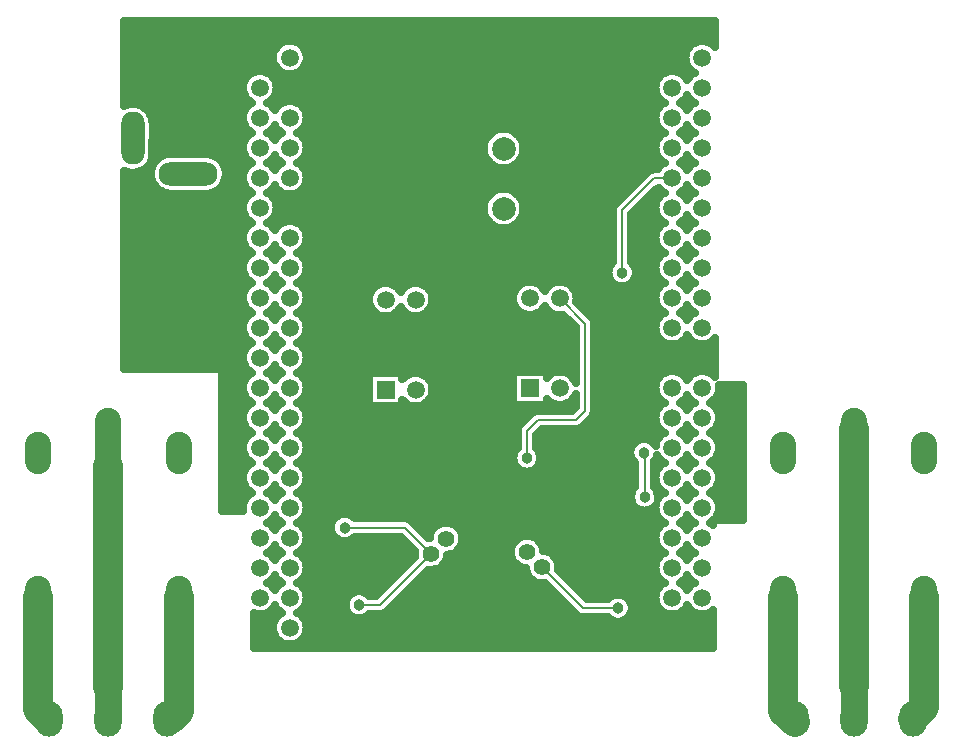
<source format=gbr>
G04 DipTrace 3.0.0.1*
G04 Bottom.gbr*
%MOIN*%
G04 #@! TF.FileFunction,Copper,L2,Bot*
G04 #@! TF.Part,Single*
%AMOUTLINE0*5,1,4,0,0,0.070866,90.0*%
%AMOUTLINE3*5,1,4,0,0,0.070866,-180.0*%
G04 #@! TA.AperFunction,Conductor*
%ADD14C,0.008*%
G04 #@! TA.AperFunction,ComponentPad*
%ADD16C,0.059055*%
G04 #@! TA.AperFunction,Conductor*
%ADD19C,0.090551*%
%ADD20C,0.1*%
%ADD21C,0.086614*%
G04 #@! TA.AperFunction,ComponentPad*
%ADD22C,0.07874*%
G04 #@! TA.AperFunction,CopperBalancing*
%ADD23C,0.025*%
G04 #@! TA.AperFunction,ComponentPad*
%ADD24O,0.090551X0.11811*%
%ADD27O,0.177165X0.07874*%
%ADD28O,0.19685X0.07874*%
%ADD29O,0.07874X0.177165*%
%ADD30O,0.086614X0.141732*%
%ADD32R,0.059055X0.059055*%
%ADD33C,0.055118*%
%ADD34C,0.059055*%
G04 #@! TA.AperFunction,ViaPad*
%ADD37C,0.038*%
G04 #@! TA.AperFunction,ComponentPad*
%ADD79OUTLINE0*%
%ADD82OUTLINE3*%
%FSLAX26Y26*%
G04*
G70*
G90*
G75*
G01*
G04 Bottom*
%LPD*%
X1570079Y969291D2*
D14*
X1638976D1*
X1809843Y1140157D1*
X1521654Y1227165D2*
X1722835D1*
X1809843Y1140157D1*
X2433465Y958661D2*
X2316535D1*
X2179921Y1095276D1*
X2521260Y1329528D2*
Y1475197D1*
X2519291Y1477165D1*
X2446457Y2077165D2*
Y2285433D1*
X2551969Y2390945D1*
X2611024D1*
X2613780Y2393701D1*
X2129134Y1458661D2*
Y1549213D1*
X2166142Y1586220D1*
X2293307D1*
X2322047Y1614961D1*
Y1907480D1*
X2238583Y1990945D1*
X734252Y589370D2*
D19*
Y696063D1*
D20*
Y1432677D1*
D21*
Y1555906D1*
X3218110Y589370D2*
D19*
Y698425D1*
D20*
Y1555512D1*
D21*
X3218504Y1555906D1*
X3414961Y589370D2*
D19*
Y588976D1*
D20*
X3453504Y627520D1*
Y995906D1*
X931102Y589370D2*
D19*
X942126D1*
D20*
X969252Y616496D1*
Y995906D1*
X3021260Y589370D2*
D19*
Y579134D1*
D20*
X2983504Y616890D1*
Y995906D1*
X537402Y589370D2*
D19*
X531890D1*
D20*
X499252Y622008D1*
Y995906D1*
D37*
X1570079Y969291D3*
X1521654Y1227165D3*
X2433465Y958661D3*
X2521260Y1329528D3*
X2519291Y1477165D3*
X2446457Y2077165D3*
X2129134Y1458661D3*
X789007Y2889403D2*
D23*
X2754270D1*
X789007Y2864534D2*
X2754270D1*
X789007Y2839665D2*
X1304466D1*
X1373479D2*
X2679270D1*
X789007Y2814797D2*
X1284592D1*
X1393352D2*
X2659396D1*
X789007Y2789928D2*
X1280588D1*
X1397356D2*
X2655394D1*
X789007Y2765059D2*
X1288352D1*
X1389642D2*
X2663156D1*
X789007Y2740190D2*
X1205198D1*
X1272747D2*
X1319895D1*
X1358050D2*
X2580003D1*
X2647551D2*
X2680003D1*
X789007Y2715322D2*
X1184787D1*
X1293156D2*
X2559592D1*
X789007Y2690453D2*
X1180539D1*
X1297404D2*
X2555344D1*
X789007Y2665584D2*
X1188010D1*
X1289934D2*
X2562815D1*
X789007Y2640715D2*
X1206028D1*
X1271916D2*
X1306028D1*
X1371916D2*
X2580832D1*
X2646722D2*
X2680832D1*
X868400Y2615846D2*
X1185031D1*
X1392912D2*
X2559836D1*
X881390Y2590978D2*
X1180539D1*
X1397454D2*
X2555344D1*
X883732Y2566109D2*
X1187718D1*
X1390227D2*
X2562522D1*
X883732Y2541240D2*
X1206858D1*
X1271135D2*
X1306858D1*
X1371135D2*
X2007004D1*
X2096135D2*
X2581663D1*
X2645891D2*
X2681663D1*
X883732Y2516371D2*
X1185227D1*
X1392718D2*
X1988499D1*
X2114642D2*
X2560031D1*
X883732Y2491503D2*
X1180491D1*
X1397454D2*
X1983226D1*
X2119915D2*
X2555295D1*
X883147Y2466634D2*
X912424D1*
X1088371D2*
X1187424D1*
X1390520D2*
X1987718D1*
X2115423D2*
X2562228D1*
X874602Y2441765D2*
X883319D1*
X1117424D2*
X1207688D1*
X1270256D2*
X1307688D1*
X1370256D2*
X2004807D1*
X2098332D2*
X2582492D1*
X2645060D2*
X2682492D1*
X848479Y2416896D2*
X873850D1*
X1126946D2*
X1185471D1*
X1392474D2*
X2533470D1*
X789007Y2392028D2*
X874534D1*
X1126262D2*
X1180491D1*
X1397454D2*
X2507444D1*
X789007Y2367159D2*
X885862D1*
X1114934D2*
X1187131D1*
X1390812D2*
X2482542D1*
X789007Y2342290D2*
X923312D1*
X1077483D2*
X1208615D1*
X1269378D2*
X1314231D1*
X1363714D2*
X2008323D1*
X2094816D2*
X2457688D1*
X2548919D2*
X2583420D1*
X2644182D2*
X2683420D1*
X789007Y2317421D2*
X1185715D1*
X1292228D2*
X1988938D1*
X2114202D2*
X2432835D1*
X2524064D2*
X2560520D1*
X789007Y2292552D2*
X1180491D1*
X1297503D2*
X1983226D1*
X2119915D2*
X2414328D1*
X2499211D2*
X2555295D1*
X789007Y2267684D2*
X1186887D1*
X1291106D2*
X1987327D1*
X2115862D2*
X2413450D1*
X2479436D2*
X2561692D1*
X789007Y2242815D2*
X1209543D1*
X1268400D2*
X1309543D1*
X1368400D2*
X2003684D1*
X2099455D2*
X2413450D1*
X2479436D2*
X2584348D1*
X2643206D2*
X2684348D1*
X789007Y2217946D2*
X1185959D1*
X1391984D2*
X2413450D1*
X2479436D2*
X2560764D1*
X789007Y2193077D2*
X1180442D1*
X1397503D2*
X2413450D1*
X2479436D2*
X2555247D1*
X789007Y2168209D2*
X1186594D1*
X1391350D2*
X2413450D1*
X2479436D2*
X2561399D1*
X789007Y2143340D2*
X1210520D1*
X1267424D2*
X1310520D1*
X1367424D2*
X2413450D1*
X2479436D2*
X2585324D1*
X2642228D2*
X2685324D1*
X789007Y2118471D2*
X1186252D1*
X1391740D2*
X2413450D1*
X2479436D2*
X2561058D1*
X789007Y2093602D2*
X1180442D1*
X1397503D2*
X2401535D1*
X2491399D2*
X2555247D1*
X789007Y2068734D2*
X1186350D1*
X1391643D2*
X2399240D1*
X2493644D2*
X2561155D1*
X789007Y2043865D2*
X1210911D1*
X1267083D2*
X1310911D1*
X1367083D2*
X2117698D1*
X2159466D2*
X2217698D1*
X2259466D2*
X2412962D1*
X2479974D2*
X2585715D1*
X2641887D2*
X2685715D1*
X789007Y2018996D2*
X1186496D1*
X1391448D2*
X1609495D1*
X1807024D2*
X2087571D1*
X2289592D2*
X2561302D1*
X789007Y1994127D2*
X1180442D1*
X1397503D2*
X1600168D1*
X1816399D2*
X2080148D1*
X2297014D2*
X2555247D1*
X789007Y1969259D2*
X1186058D1*
X1391887D2*
X1602756D1*
X1813762D2*
X2084446D1*
X2305900D2*
X2560862D1*
X789007Y1944390D2*
X1209886D1*
X1268059D2*
X1309886D1*
X1368059D2*
X1619895D1*
X1696672D2*
X1719895D1*
X1796672D2*
X2104904D1*
X2172259D2*
X2204904D1*
X2330755D2*
X2584690D1*
X2642864D2*
X2684690D1*
X789007Y1919521D2*
X1186740D1*
X1391203D2*
X2264378D1*
X2352580D2*
X2561546D1*
X789007Y1894652D2*
X1180442D1*
X1397503D2*
X2289035D1*
X2355022D2*
X2555247D1*
X789007Y1869783D2*
X1185812D1*
X1392131D2*
X2289035D1*
X2355022D2*
X2560618D1*
X789007Y1844915D2*
X1208958D1*
X1268987D2*
X1308958D1*
X1368987D2*
X2289035D1*
X2355022D2*
X2583762D1*
X2643791D2*
X2683762D1*
X2743791D2*
X2754281D1*
X789007Y1820046D2*
X1187034D1*
X1390911D2*
X2289035D1*
X2355022D2*
X2754270D1*
X789007Y1795177D2*
X1180491D1*
X1397454D2*
X2289035D1*
X2355022D2*
X2754270D1*
X789007Y1770308D2*
X1185568D1*
X1392375D2*
X2289035D1*
X2355022D2*
X2754270D1*
X1116984Y1745440D2*
X1208030D1*
X1269915D2*
X1308030D1*
X1369915D2*
X2080051D1*
X2197112D2*
X2223118D1*
X2254046D2*
X2289035D1*
X2355022D2*
X2589816D1*
X2637736D2*
X2689816D1*
X2737736D2*
X2754299D1*
X1116984Y1720571D2*
X1187327D1*
X1390618D2*
X1599728D1*
X1805900D2*
X2080051D1*
X2355022D2*
X2562131D1*
X1116984Y1695702D2*
X1180491D1*
X1397454D2*
X1599728D1*
X1816155D2*
X2080051D1*
X2355022D2*
X2555295D1*
X2772259D2*
X2848362D1*
X1116984Y1670833D2*
X1185324D1*
X1392619D2*
X1599728D1*
X1814299D2*
X2080051D1*
X2355022D2*
X2560130D1*
X2767424D2*
X2848362D1*
X1116984Y1645965D2*
X1207151D1*
X1270794D2*
X1307151D1*
X1370794D2*
X1599728D1*
X1798479D2*
X2080051D1*
X2274455D2*
X2289033D1*
X2355022D2*
X2581955D1*
X2645598D2*
X2681955D1*
X2745598D2*
X2848362D1*
X1116984Y1621096D2*
X1187619D1*
X1390324D2*
X2282542D1*
X2355022D2*
X2562424D1*
X2765130D2*
X2848362D1*
X1116984Y1596227D2*
X1180491D1*
X1397454D2*
X2130539D1*
X2348626D2*
X2555295D1*
X2772259D2*
X2848362D1*
X1116984Y1571358D2*
X1185130D1*
X1392864D2*
X2105638D1*
X2324064D2*
X2559886D1*
X2767668D2*
X2848362D1*
X1116984Y1546490D2*
X1206320D1*
X1271623D2*
X1306320D1*
X1371623D2*
X2096164D1*
X2172014D2*
X2581126D1*
X2646428D2*
X2681126D1*
X2746428D2*
X2848362D1*
X1116984Y1521621D2*
X1187912D1*
X1390031D2*
X2096164D1*
X2162102D2*
X2507151D1*
X2531472D2*
X2562718D1*
X2764836D2*
X2848362D1*
X1116984Y1496752D2*
X1180539D1*
X1397404D2*
X2096164D1*
X2162102D2*
X2475755D1*
X2772210D2*
X2848362D1*
X1116984Y1471883D2*
X1184886D1*
X1393059D2*
X2083127D1*
X2175139D2*
X2471604D1*
X2767864D2*
X2848362D1*
X1116984Y1447014D2*
X1205539D1*
X1272454D2*
X1305539D1*
X1372454D2*
X2082639D1*
X2175627D2*
X2482736D1*
X2555852D2*
X2580295D1*
X2647259D2*
X2680295D1*
X2747259D2*
X2848362D1*
X1116984Y1422146D2*
X1188206D1*
X1389739D2*
X2099484D1*
X2158782D2*
X2488255D1*
X2554240D2*
X2563014D1*
X2764543D2*
X2848362D1*
X1116984Y1397277D2*
X1180588D1*
X1397404D2*
X2488255D1*
X2772160D2*
X2848362D1*
X1116984Y1372408D2*
X1184642D1*
X1393303D2*
X2488255D1*
X2768108D2*
X2848362D1*
X1116984Y1347539D2*
X1204759D1*
X1273235D2*
X1304759D1*
X1373235D2*
X2476975D1*
X2565520D2*
X2579572D1*
X2648039D2*
X2679563D1*
X2748039D2*
X2848362D1*
X1116984Y1322671D2*
X1188547D1*
X1389446D2*
X2473802D1*
X2764251D2*
X2848362D1*
X1116984Y1297802D2*
X1180588D1*
X1397356D2*
X2486155D1*
X2772160D2*
X2848362D1*
X1393499Y1272933D2*
X2559251D1*
X2768303D2*
X2848362D1*
X1273967Y1248064D2*
X1303976D1*
X1373967D2*
X1478732D1*
X1747551D2*
X2578782D1*
X2648772D2*
X2678782D1*
X1389104Y1223196D2*
X1473850D1*
X1772404D2*
X1814572D1*
X1905119D2*
X2563644D1*
X1397307Y1198327D2*
X1483958D1*
X1915764D2*
X2117063D1*
X2142766D2*
X2555442D1*
X1393694Y1173458D2*
X1730930D1*
X1913762D2*
X2081320D1*
X2178558D2*
X2559055D1*
X1274699Y1148589D2*
X1303244D1*
X1374699D2*
X1753976D1*
X1896867D2*
X2073459D1*
X2191302D2*
X2578050D1*
X2649504D2*
X2678050D1*
X1388762Y1123720D2*
X1747776D1*
X1863811D2*
X2077854D1*
X2228362D2*
X2563987D1*
X1397259Y1098852D2*
X1722923D1*
X1847210D2*
X2099728D1*
X2236370D2*
X2555491D1*
X1393890Y1073983D2*
X1698068D1*
X1789299D2*
X2127756D1*
X2246819D2*
X2558860D1*
X1275383Y1049114D2*
X1302560D1*
X1375383D2*
X1673167D1*
X1764446D2*
X2149290D1*
X2271722D2*
X2577366D1*
X2650188D2*
X2677366D1*
X1388420Y1024245D2*
X1648312D1*
X1739543D2*
X2205344D1*
X2296575D2*
X2564328D1*
X1397210Y999377D2*
X1533470D1*
X1714690D2*
X2230198D1*
X2321428D2*
X2410667D1*
X2456243D2*
X2555539D1*
X1394084Y974508D2*
X1522386D1*
X1689836D2*
X2255051D1*
X2478606D2*
X2558664D1*
X1276067Y949639D2*
X1301878D1*
X1376067D2*
X1526535D1*
X1664934D2*
X2279954D1*
X2480559D2*
X2576682D1*
X2650871D2*
X2676682D1*
X1220500Y924770D2*
X1289866D1*
X1388079D2*
X1558226D1*
X1581961D2*
X2400608D1*
X2466302D2*
X2747580D1*
X1220500Y899902D2*
X1280783D1*
X1397160D2*
X2747580D1*
X1220500Y875033D2*
X1283664D1*
X1394280D2*
X2747580D1*
X1220500Y850164D2*
X1301243D1*
X1376751D2*
X2747580D1*
X941358Y2340438D2*
X931035Y2341248D1*
X920986Y2343660D1*
X911438Y2347615D1*
X902626Y2353016D1*
X894766Y2359727D1*
X888055Y2367587D1*
X882655Y2376399D1*
X878699Y2385946D1*
X876287Y2395996D1*
X875476Y2406299D1*
X876287Y2416602D1*
X878699Y2426652D1*
X882655Y2436199D1*
X888055Y2445012D1*
X894766Y2452871D1*
X902626Y2459583D1*
X911438Y2464983D1*
X920986Y2468938D1*
X931035Y2471350D1*
X941358Y2472160D1*
X1064617Y2471958D1*
X1074824Y2470341D1*
X1084654Y2467148D1*
X1093862Y2462455D1*
X1102223Y2456381D1*
X1109530Y2449073D1*
X1115605Y2440713D1*
X1120298Y2431504D1*
X1123491Y2421675D1*
X1125108Y2411467D1*
Y2401131D1*
X1123491Y2390924D1*
X1120298Y2381094D1*
X1115605Y2371886D1*
X1109530Y2363525D1*
X1102223Y2356218D1*
X1093862Y2350143D1*
X1084654Y2345450D1*
X1074824Y2342257D1*
X1064617Y2340640D1*
X1021949Y2340437D1*
X941339Y2340486D1*
X786499Y2632787D2*
X795001Y2636261D1*
X805051Y2638673D1*
X815354Y2639484D1*
X825657Y2638673D1*
X835707Y2636261D1*
X845255Y2632306D1*
X854067Y2626906D1*
X861927Y2620194D1*
X868638Y2612335D1*
X874038Y2603522D1*
X877993Y2593975D1*
X880406Y2583925D1*
X881217Y2573622D1*
X881013Y2470029D1*
X879396Y2459822D1*
X876203Y2449992D1*
X871510Y2440783D1*
X865436Y2432423D1*
X858129Y2425115D1*
X849768Y2419041D1*
X840559Y2414348D1*
X830730Y2411155D1*
X820522Y2409538D1*
X810186D1*
X799979Y2411155D1*
X790150Y2414348D1*
X786499Y2416031D1*
X786516Y1755434D1*
X1114469Y1755413D1*
Y1283782D1*
X1183843Y1283760D1*
X1182957Y1293701D1*
X1183647Y1302465D1*
X1185698Y1311012D1*
X1189063Y1319133D1*
X1193655Y1326629D1*
X1199365Y1333312D1*
X1206049Y1339022D1*
X1213715Y1343694D1*
X1206049Y1348379D1*
X1199365Y1354089D1*
X1193655Y1360773D1*
X1189063Y1368269D1*
X1185698Y1376390D1*
X1183647Y1384937D1*
X1182957Y1393701D1*
X1183647Y1402465D1*
X1185698Y1411012D1*
X1189063Y1419133D1*
X1193655Y1426629D1*
X1199365Y1433312D1*
X1206049Y1439022D1*
X1213715Y1443694D1*
X1206049Y1448379D1*
X1199365Y1454089D1*
X1193655Y1460773D1*
X1189063Y1468269D1*
X1185698Y1476390D1*
X1183647Y1484937D1*
X1182957Y1493701D1*
X1183647Y1502465D1*
X1185698Y1511012D1*
X1189063Y1519133D1*
X1193655Y1526629D1*
X1199365Y1533312D1*
X1206049Y1539022D1*
X1213715Y1543694D1*
X1206049Y1548379D1*
X1199365Y1554089D1*
X1193655Y1560773D1*
X1189063Y1568269D1*
X1185698Y1576390D1*
X1183647Y1584937D1*
X1182957Y1593701D1*
X1183647Y1602465D1*
X1185698Y1611012D1*
X1189063Y1619133D1*
X1193655Y1626629D1*
X1199365Y1633312D1*
X1206049Y1639022D1*
X1213715Y1643694D1*
X1206049Y1648379D1*
X1199365Y1654089D1*
X1193655Y1660773D1*
X1189063Y1668269D1*
X1185698Y1676390D1*
X1183647Y1684937D1*
X1182957Y1693701D1*
X1183647Y1702465D1*
X1185698Y1711012D1*
X1189063Y1719133D1*
X1193655Y1726629D1*
X1199365Y1733312D1*
X1206049Y1739022D1*
X1213715Y1743694D1*
X1206049Y1748379D1*
X1199365Y1754089D1*
X1193655Y1760773D1*
X1189063Y1768269D1*
X1185698Y1776390D1*
X1183647Y1784937D1*
X1182957Y1793701D1*
X1183647Y1802465D1*
X1185698Y1811012D1*
X1189063Y1819133D1*
X1193655Y1826629D1*
X1199365Y1833312D1*
X1206049Y1839022D1*
X1213715Y1843694D1*
X1206049Y1848379D1*
X1199365Y1854089D1*
X1193655Y1860773D1*
X1189063Y1868269D1*
X1185698Y1876390D1*
X1183647Y1884937D1*
X1182957Y1893701D1*
X1183647Y1902465D1*
X1185698Y1911012D1*
X1189063Y1919133D1*
X1193655Y1926629D1*
X1199365Y1933312D1*
X1206049Y1939022D1*
X1213715Y1943694D1*
X1206049Y1948379D1*
X1199365Y1954089D1*
X1193655Y1960773D1*
X1189063Y1968269D1*
X1185698Y1976390D1*
X1183647Y1984937D1*
X1182957Y1993701D1*
X1183647Y2002465D1*
X1185698Y2011012D1*
X1189063Y2019133D1*
X1193655Y2026629D1*
X1199365Y2033312D1*
X1206049Y2039022D1*
X1213715Y2043694D1*
X1206049Y2048379D1*
X1199365Y2054089D1*
X1193655Y2060773D1*
X1189063Y2068269D1*
X1185698Y2076390D1*
X1183647Y2084937D1*
X1182957Y2093701D1*
X1183647Y2102465D1*
X1185698Y2111012D1*
X1189063Y2119133D1*
X1193655Y2126629D1*
X1199365Y2133312D1*
X1206049Y2139022D1*
X1213715Y2143694D1*
X1206049Y2148379D1*
X1199365Y2154089D1*
X1193655Y2160773D1*
X1189063Y2168269D1*
X1185698Y2176390D1*
X1183647Y2184937D1*
X1182957Y2193701D1*
X1183647Y2202465D1*
X1185698Y2211012D1*
X1189063Y2219133D1*
X1193655Y2226629D1*
X1199365Y2233312D1*
X1206049Y2239022D1*
X1213715Y2243694D1*
X1206049Y2248379D1*
X1199365Y2254089D1*
X1193655Y2260773D1*
X1189063Y2268269D1*
X1185698Y2276390D1*
X1183647Y2284937D1*
X1182957Y2293701D1*
X1183647Y2302465D1*
X1185698Y2311012D1*
X1189063Y2319133D1*
X1193655Y2326629D1*
X1199365Y2333312D1*
X1206049Y2339022D1*
X1213715Y2343694D1*
X1206049Y2348379D1*
X1199365Y2354089D1*
X1193655Y2360773D1*
X1189063Y2368269D1*
X1185698Y2376390D1*
X1183647Y2384937D1*
X1182957Y2393701D1*
X1183647Y2402465D1*
X1185698Y2411012D1*
X1189063Y2419133D1*
X1193655Y2426629D1*
X1199365Y2433312D1*
X1206049Y2439022D1*
X1213715Y2443694D1*
X1206049Y2448379D1*
X1199365Y2454089D1*
X1193655Y2460773D1*
X1189063Y2468269D1*
X1185698Y2476390D1*
X1183647Y2484937D1*
X1182957Y2493701D1*
X1183647Y2502465D1*
X1185698Y2511012D1*
X1189063Y2519133D1*
X1193655Y2526629D1*
X1199365Y2533312D1*
X1206049Y2539022D1*
X1213715Y2543694D1*
X1206049Y2548379D1*
X1199365Y2554089D1*
X1193655Y2560773D1*
X1189063Y2568269D1*
X1185698Y2576390D1*
X1183647Y2584937D1*
X1182957Y2593701D1*
X1183647Y2602465D1*
X1185698Y2611012D1*
X1189063Y2619133D1*
X1193655Y2626629D1*
X1199365Y2633312D1*
X1206049Y2639022D1*
X1213715Y2643694D1*
X1206049Y2648379D1*
X1199365Y2654089D1*
X1193655Y2660773D1*
X1189063Y2668269D1*
X1185698Y2676390D1*
X1183647Y2684937D1*
X1182957Y2693701D1*
X1183647Y2702465D1*
X1185698Y2711012D1*
X1189063Y2719133D1*
X1193655Y2726629D1*
X1199365Y2733312D1*
X1206049Y2739022D1*
X1213545Y2743614D1*
X1221665Y2746979D1*
X1230213Y2749030D1*
X1238976Y2749720D1*
X1247740Y2749030D1*
X1256287Y2746979D1*
X1264408Y2743614D1*
X1271904Y2739022D1*
X1278588Y2733312D1*
X1284298Y2726629D1*
X1288890Y2719133D1*
X1292255Y2711012D1*
X1294306Y2702465D1*
X1294996Y2693701D1*
X1294306Y2684937D1*
X1292255Y2676390D1*
X1288890Y2668269D1*
X1284298Y2660773D1*
X1278588Y2654089D1*
X1271904Y2648379D1*
X1264238Y2643707D1*
X1271904Y2639022D1*
X1278588Y2633312D1*
X1284298Y2626629D1*
X1288970Y2618962D1*
X1293655Y2626629D1*
X1299365Y2633312D1*
X1306049Y2639022D1*
X1313545Y2643614D1*
X1321665Y2646979D1*
X1330213Y2649030D1*
X1338976Y2649720D1*
X1347740Y2649030D1*
X1356287Y2646979D1*
X1364408Y2643614D1*
X1371904Y2639022D1*
X1378588Y2633312D1*
X1384298Y2626629D1*
X1388890Y2619133D1*
X1392255Y2611012D1*
X1394306Y2602465D1*
X1394996Y2593701D1*
X1394306Y2584937D1*
X1392255Y2576390D1*
X1388890Y2568269D1*
X1384298Y2560773D1*
X1378588Y2554089D1*
X1371904Y2548379D1*
X1364238Y2543707D1*
X1371904Y2539022D1*
X1378588Y2533312D1*
X1384298Y2526629D1*
X1388890Y2519133D1*
X1392255Y2511012D1*
X1394306Y2502465D1*
X1394996Y2493701D1*
X1394306Y2484937D1*
X1392255Y2476390D1*
X1388890Y2468269D1*
X1384298Y2460773D1*
X1378588Y2454089D1*
X1371904Y2448379D1*
X1364238Y2443707D1*
X1371904Y2439022D1*
X1378588Y2433312D1*
X1384298Y2426629D1*
X1388890Y2419133D1*
X1392255Y2411012D1*
X1394306Y2402465D1*
X1394996Y2393701D1*
X1394306Y2384937D1*
X1392255Y2376390D1*
X1388890Y2368269D1*
X1384298Y2360773D1*
X1378588Y2354089D1*
X1371904Y2348379D1*
X1364408Y2343787D1*
X1356287Y2340423D1*
X1347740Y2338371D1*
X1338976Y2337681D1*
X1330213Y2338371D1*
X1321665Y2340423D1*
X1313545Y2343787D1*
X1306049Y2348379D1*
X1299365Y2354089D1*
X1293655Y2360773D1*
X1288983Y2368440D1*
X1284298Y2360773D1*
X1278588Y2354089D1*
X1271904Y2348379D1*
X1264238Y2343707D1*
X1271904Y2339022D1*
X1278588Y2333312D1*
X1284298Y2326629D1*
X1288890Y2319133D1*
X1292255Y2311012D1*
X1294306Y2302465D1*
X1294996Y2293701D1*
X1294306Y2284937D1*
X1292255Y2276390D1*
X1288890Y2268269D1*
X1284298Y2260773D1*
X1278588Y2254089D1*
X1271904Y2248379D1*
X1264238Y2243707D1*
X1271904Y2239022D1*
X1278588Y2233312D1*
X1284298Y2226629D1*
X1288970Y2218962D1*
X1293655Y2226629D1*
X1299365Y2233312D1*
X1306049Y2239022D1*
X1313545Y2243614D1*
X1321665Y2246979D1*
X1330213Y2249030D1*
X1338976Y2249720D1*
X1347740Y2249030D1*
X1356287Y2246979D1*
X1364408Y2243614D1*
X1371904Y2239022D1*
X1378588Y2233312D1*
X1384298Y2226629D1*
X1388890Y2219133D1*
X1392255Y2211012D1*
X1394306Y2202465D1*
X1394996Y2193701D1*
X1394306Y2184937D1*
X1392255Y2176390D1*
X1388890Y2168269D1*
X1384298Y2160773D1*
X1378588Y2154089D1*
X1371904Y2148379D1*
X1364238Y2143707D1*
X1371904Y2139022D1*
X1378588Y2133312D1*
X1384298Y2126629D1*
X1388890Y2119133D1*
X1392255Y2111012D1*
X1394306Y2102465D1*
X1394996Y2093701D1*
X1394306Y2084937D1*
X1392255Y2076390D1*
X1388890Y2068269D1*
X1384298Y2060773D1*
X1378588Y2054089D1*
X1371904Y2048379D1*
X1364238Y2043707D1*
X1371904Y2039022D1*
X1378588Y2033312D1*
X1384298Y2026629D1*
X1388890Y2019133D1*
X1392255Y2011012D1*
X1394306Y2002465D1*
X1394996Y1993701D1*
X1394306Y1984937D1*
X1392255Y1976390D1*
X1388890Y1968269D1*
X1384298Y1960773D1*
X1378588Y1954089D1*
X1371904Y1948379D1*
X1364238Y1943707D1*
X1371904Y1939022D1*
X1378588Y1933312D1*
X1384298Y1926629D1*
X1388890Y1919133D1*
X1392255Y1911012D1*
X1394306Y1902465D1*
X1394996Y1893701D1*
X1394306Y1884937D1*
X1392255Y1876390D1*
X1388890Y1868269D1*
X1384298Y1860773D1*
X1378588Y1854089D1*
X1371904Y1848379D1*
X1364238Y1843707D1*
X1371904Y1839022D1*
X1378588Y1833312D1*
X1384298Y1826629D1*
X1388890Y1819133D1*
X1392255Y1811012D1*
X1394306Y1802465D1*
X1394996Y1793701D1*
X1394306Y1784937D1*
X1392255Y1776390D1*
X1388890Y1768269D1*
X1384298Y1760773D1*
X1378588Y1754089D1*
X1371904Y1748379D1*
X1364238Y1743707D1*
X1371904Y1739022D1*
X1378588Y1733312D1*
X1384298Y1726629D1*
X1388890Y1719133D1*
X1392255Y1711012D1*
X1394306Y1702465D1*
X1394996Y1693701D1*
X1394306Y1684937D1*
X1392255Y1676390D1*
X1388890Y1668269D1*
X1384298Y1660773D1*
X1378588Y1654089D1*
X1371904Y1648379D1*
X1364238Y1643707D1*
X1371904Y1639022D1*
X1378588Y1633312D1*
X1384298Y1626629D1*
X1388890Y1619133D1*
X1392255Y1611012D1*
X1394306Y1602465D1*
X1394996Y1593701D1*
X1394306Y1584937D1*
X1392255Y1576390D1*
X1388890Y1568269D1*
X1384298Y1560773D1*
X1378588Y1554089D1*
X1371904Y1548379D1*
X1364238Y1543707D1*
X1371904Y1539022D1*
X1378588Y1533312D1*
X1384298Y1526629D1*
X1388890Y1519133D1*
X1392255Y1511012D1*
X1394306Y1502465D1*
X1394996Y1493701D1*
X1394306Y1484937D1*
X1392255Y1476390D1*
X1388890Y1468269D1*
X1384298Y1460773D1*
X1378588Y1454089D1*
X1371904Y1448379D1*
X1364238Y1443707D1*
X1371904Y1439022D1*
X1378588Y1433312D1*
X1384298Y1426629D1*
X1388890Y1419133D1*
X1392255Y1411012D1*
X1394306Y1402465D1*
X1394996Y1393701D1*
X1394306Y1384937D1*
X1392255Y1376390D1*
X1388890Y1368269D1*
X1384298Y1360773D1*
X1378588Y1354089D1*
X1371904Y1348379D1*
X1364238Y1343707D1*
X1371904Y1339022D1*
X1378588Y1333312D1*
X1384298Y1326629D1*
X1388890Y1319133D1*
X1392255Y1311012D1*
X1394306Y1302465D1*
X1394996Y1293701D1*
X1394306Y1284937D1*
X1392255Y1276390D1*
X1388890Y1268269D1*
X1384298Y1260773D1*
X1378588Y1254089D1*
X1371904Y1248379D1*
X1364238Y1243707D1*
X1371904Y1239022D1*
X1378588Y1233312D1*
X1384298Y1226629D1*
X1388890Y1219133D1*
X1392255Y1211012D1*
X1394306Y1202465D1*
X1394996Y1193701D1*
X1394306Y1184937D1*
X1392255Y1176390D1*
X1388890Y1168269D1*
X1384298Y1160773D1*
X1378588Y1154089D1*
X1371904Y1148379D1*
X1364238Y1143707D1*
X1371904Y1139022D1*
X1378588Y1133312D1*
X1384298Y1126629D1*
X1388890Y1119133D1*
X1392255Y1111012D1*
X1394306Y1102465D1*
X1394996Y1093701D1*
X1394306Y1084937D1*
X1392255Y1076390D1*
X1388890Y1068269D1*
X1384298Y1060773D1*
X1378588Y1054089D1*
X1371904Y1048379D1*
X1364238Y1043707D1*
X1371904Y1039022D1*
X1378588Y1033312D1*
X1384298Y1026629D1*
X1388890Y1019133D1*
X1392255Y1011012D1*
X1394306Y1002465D1*
X1394996Y993701D1*
X1394306Y984937D1*
X1392255Y976390D1*
X1388890Y968269D1*
X1384298Y960773D1*
X1378588Y954089D1*
X1371904Y948379D1*
X1364238Y943707D1*
X1371904Y939022D1*
X1378588Y933312D1*
X1384298Y926629D1*
X1388890Y919133D1*
X1392255Y911012D1*
X1394306Y902465D1*
X1394996Y893701D1*
X1394306Y884937D1*
X1392255Y876390D1*
X1388890Y868269D1*
X1384298Y860773D1*
X1378588Y854089D1*
X1371904Y848379D1*
X1364408Y843787D1*
X1356287Y840423D1*
X1347740Y838371D1*
X1338976Y837681D1*
X1330213Y838371D1*
X1321665Y840423D1*
X1313545Y843787D1*
X1306049Y848379D1*
X1299365Y854089D1*
X1293655Y860773D1*
X1289063Y868269D1*
X1285698Y876390D1*
X1283647Y884937D1*
X1282957Y893701D1*
X1283647Y902465D1*
X1285698Y911012D1*
X1289063Y919133D1*
X1293655Y926629D1*
X1299365Y933312D1*
X1306049Y939022D1*
X1313715Y943694D1*
X1306049Y948379D1*
X1299365Y954089D1*
X1293655Y960773D1*
X1288983Y968440D1*
X1284298Y960773D1*
X1278588Y954089D1*
X1271904Y948379D1*
X1264408Y943787D1*
X1256287Y940423D1*
X1247740Y938371D1*
X1238976Y937681D1*
X1230213Y938371D1*
X1221665Y940423D1*
X1218007Y941773D1*
X1218012Y825899D1*
X2750121Y825886D1*
X2750098Y951013D1*
X2743050Y945936D1*
X2735218Y941945D1*
X2726857Y939228D1*
X2718175Y937854D1*
X2709385D1*
X2700702Y939228D1*
X2692341Y941945D1*
X2684509Y945936D1*
X2677398Y951104D1*
X2671182Y957319D1*
X2666014Y964430D1*
X2663693Y968269D1*
X2659101Y960773D1*
X2653391Y954089D1*
X2646707Y948379D1*
X2639211Y943787D1*
X2631091Y940423D1*
X2622543Y938371D1*
X2613780Y937681D1*
X2605016Y938371D1*
X2596469Y940423D1*
X2588348Y943787D1*
X2580852Y948379D1*
X2574168Y954089D1*
X2568458Y960773D1*
X2563866Y968269D1*
X2560501Y976390D1*
X2558450Y984937D1*
X2557760Y993701D1*
X2558450Y1002465D1*
X2560501Y1011012D1*
X2563866Y1019133D1*
X2568458Y1026629D1*
X2574168Y1033312D1*
X2580852Y1039022D1*
X2588518Y1043694D1*
X2580852Y1048379D1*
X2574168Y1054089D1*
X2568458Y1060773D1*
X2563866Y1068269D1*
X2560501Y1076390D1*
X2558450Y1084937D1*
X2557760Y1093701D1*
X2558450Y1102465D1*
X2560501Y1111012D1*
X2563866Y1119133D1*
X2568458Y1126629D1*
X2574168Y1133312D1*
X2580852Y1139022D1*
X2588518Y1143694D1*
X2580852Y1148379D1*
X2574168Y1154089D1*
X2568458Y1160773D1*
X2563866Y1168269D1*
X2560501Y1176390D1*
X2558450Y1184937D1*
X2557760Y1193701D1*
X2558450Y1202465D1*
X2560501Y1211012D1*
X2563866Y1219133D1*
X2568458Y1226629D1*
X2574168Y1233312D1*
X2580852Y1239022D1*
X2588518Y1243694D1*
X2580852Y1248379D1*
X2574168Y1254089D1*
X2568458Y1260773D1*
X2563866Y1268269D1*
X2560501Y1276390D1*
X2558450Y1284937D1*
X2557760Y1293701D1*
X2558688Y1303660D1*
X2553428Y1297360D1*
X2548000Y1292723D1*
X2541913Y1288993D1*
X2535318Y1286262D1*
X2528377Y1284596D1*
X2521260Y1284035D1*
X2514143Y1284596D1*
X2507202Y1286262D1*
X2500606Y1288993D1*
X2494520Y1292723D1*
X2489092Y1297360D1*
X2484455Y1302787D1*
X2480726Y1308874D1*
X2477995Y1315470D1*
X2476328Y1322411D1*
X2475768Y1329528D1*
X2476328Y1336644D1*
X2477995Y1343585D1*
X2480726Y1350181D1*
X2484455Y1356268D1*
X2489092Y1361696D1*
X2490762Y1363239D1*
X2490768Y1441686D1*
X2484699Y1447621D1*
X2480503Y1453396D1*
X2477262Y1459756D1*
X2475056Y1466546D1*
X2473940Y1473596D1*
Y1480735D1*
X2475056Y1487785D1*
X2477262Y1494575D1*
X2480503Y1500934D1*
X2484699Y1506710D1*
X2489747Y1511757D1*
X2495522Y1515954D1*
X2501882Y1519194D1*
X2508672Y1521400D1*
X2515722Y1522517D1*
X2522861D1*
X2529911Y1521400D1*
X2536701Y1519194D1*
X2543060Y1515954D1*
X2548836Y1511757D1*
X2553883Y1506710D1*
X2558196Y1500728D1*
X2560501Y1511012D1*
X2563866Y1519133D1*
X2568458Y1526629D1*
X2574168Y1533312D1*
X2580852Y1539022D1*
X2588518Y1543694D1*
X2580852Y1548379D1*
X2574168Y1554089D1*
X2568458Y1560773D1*
X2563866Y1568269D1*
X2560501Y1576390D1*
X2558450Y1584937D1*
X2557760Y1593701D1*
X2558450Y1602465D1*
X2560501Y1611012D1*
X2563866Y1619133D1*
X2568458Y1626629D1*
X2574168Y1633312D1*
X2580852Y1639022D1*
X2588518Y1643694D1*
X2580852Y1648379D1*
X2574168Y1654089D1*
X2568458Y1660773D1*
X2563866Y1668269D1*
X2560501Y1676390D1*
X2558450Y1684937D1*
X2557760Y1693701D1*
X2558450Y1702465D1*
X2560501Y1711012D1*
X2563866Y1719133D1*
X2568458Y1726629D1*
X2574168Y1733312D1*
X2580852Y1739022D1*
X2588348Y1743614D1*
X2596469Y1746979D1*
X2605016Y1749030D1*
X2613780Y1749720D1*
X2622543Y1749030D1*
X2631091Y1746979D1*
X2639211Y1743614D1*
X2646707Y1739022D1*
X2653391Y1733312D1*
X2659101Y1726629D1*
X2663773Y1718962D1*
X2668458Y1726629D1*
X2674168Y1733312D1*
X2680852Y1739022D1*
X2688348Y1743614D1*
X2696469Y1746979D1*
X2705016Y1749030D1*
X2713780Y1749720D1*
X2722543Y1749030D1*
X2731091Y1746979D1*
X2739211Y1743614D1*
X2746707Y1739022D1*
X2753391Y1733312D1*
X2756793Y1729556D1*
X2756791Y1857793D1*
X2750161Y1851104D1*
X2743050Y1845936D1*
X2735218Y1841945D1*
X2726857Y1839228D1*
X2718175Y1837854D1*
X2709385D1*
X2700702Y1839228D1*
X2692341Y1841945D1*
X2684509Y1845936D1*
X2677398Y1851104D1*
X2671182Y1857319D1*
X2666014Y1864430D1*
X2663693Y1868269D1*
X2659101Y1860773D1*
X2653391Y1854089D1*
X2646707Y1848379D1*
X2639211Y1843787D1*
X2631091Y1840423D1*
X2622543Y1838371D1*
X2613780Y1837681D1*
X2605016Y1838371D1*
X2596469Y1840423D1*
X2588348Y1843787D1*
X2580852Y1848379D1*
X2574168Y1854089D1*
X2568458Y1860773D1*
X2563866Y1868269D1*
X2560501Y1876390D1*
X2558450Y1884937D1*
X2557760Y1893701D1*
X2558450Y1902465D1*
X2560501Y1911012D1*
X2563866Y1919133D1*
X2568458Y1926629D1*
X2574168Y1933312D1*
X2580852Y1939022D1*
X2588518Y1943694D1*
X2580852Y1948379D1*
X2574168Y1954089D1*
X2568458Y1960773D1*
X2563866Y1968269D1*
X2560501Y1976390D1*
X2558450Y1984937D1*
X2557760Y1993701D1*
X2558450Y2002465D1*
X2560501Y2011012D1*
X2563866Y2019133D1*
X2568458Y2026629D1*
X2574168Y2033312D1*
X2580852Y2039022D1*
X2588518Y2043694D1*
X2580852Y2048379D1*
X2574168Y2054089D1*
X2568458Y2060773D1*
X2563866Y2068269D1*
X2560501Y2076390D1*
X2558450Y2084937D1*
X2557760Y2093701D1*
X2558450Y2102465D1*
X2560501Y2111012D1*
X2563866Y2119133D1*
X2568458Y2126629D1*
X2574168Y2133312D1*
X2580852Y2139022D1*
X2588518Y2143694D1*
X2580852Y2148379D1*
X2574168Y2154089D1*
X2568458Y2160773D1*
X2563866Y2168269D1*
X2560501Y2176390D1*
X2558450Y2184937D1*
X2557760Y2193701D1*
X2558450Y2202465D1*
X2560501Y2211012D1*
X2563866Y2219133D1*
X2568458Y2226629D1*
X2574168Y2233312D1*
X2580852Y2239022D1*
X2588518Y2243694D1*
X2580852Y2248379D1*
X2574168Y2254089D1*
X2568458Y2260773D1*
X2563866Y2268269D1*
X2560501Y2276390D1*
X2558450Y2284937D1*
X2557760Y2293701D1*
X2558450Y2302465D1*
X2560501Y2311012D1*
X2563866Y2319133D1*
X2568458Y2326629D1*
X2574168Y2333312D1*
X2580852Y2339022D1*
X2588518Y2343694D1*
X2580852Y2348379D1*
X2574168Y2354089D1*
X2568703Y2360463D1*
X2555852Y2351706D1*
X2476958Y2272812D1*
X2476949Y2110970D1*
X2483261Y2103906D1*
X2486991Y2097819D1*
X2489722Y2091223D1*
X2491388Y2084282D1*
X2491949Y2077165D1*
X2491388Y2070049D1*
X2489722Y2063108D1*
X2486991Y2056512D1*
X2483261Y2050425D1*
X2478625Y2044997D1*
X2473197Y2040361D1*
X2467110Y2036631D1*
X2460514Y2033900D1*
X2453573Y2032234D1*
X2446457Y2031673D1*
X2439340Y2032234D1*
X2432399Y2033900D1*
X2425803Y2036631D1*
X2419717Y2040361D1*
X2414289Y2044997D1*
X2409652Y2050425D1*
X2405923Y2056512D1*
X2403192Y2063108D1*
X2401525Y2070049D1*
X2400965Y2077165D1*
X2401525Y2084282D1*
X2403192Y2091223D1*
X2405923Y2097819D1*
X2409652Y2103906D1*
X2414289Y2109333D1*
X2415959Y2110877D1*
X2416059Y2287825D1*
X2417457Y2294856D1*
X2420458Y2301365D1*
X2424895Y2306995D1*
X2532165Y2414131D1*
X2538125Y2418114D1*
X2544850Y2420594D1*
X2551969Y2421437D1*
X2565104D1*
X2571182Y2430083D1*
X2577398Y2436298D1*
X2584509Y2441466D1*
X2588348Y2443787D1*
X2580852Y2448379D1*
X2574168Y2454089D1*
X2568458Y2460773D1*
X2563866Y2468269D1*
X2560501Y2476390D1*
X2558450Y2484937D1*
X2557760Y2493701D1*
X2558450Y2502465D1*
X2560501Y2511012D1*
X2563866Y2519133D1*
X2568458Y2526629D1*
X2574168Y2533312D1*
X2580852Y2539022D1*
X2588518Y2543694D1*
X2580852Y2548379D1*
X2574168Y2554089D1*
X2568458Y2560773D1*
X2563866Y2568269D1*
X2560501Y2576390D1*
X2558450Y2584937D1*
X2557760Y2593701D1*
X2558450Y2602465D1*
X2560501Y2611012D1*
X2563866Y2619133D1*
X2568458Y2626629D1*
X2574168Y2633312D1*
X2580852Y2639022D1*
X2588518Y2643694D1*
X2580852Y2648379D1*
X2574168Y2654089D1*
X2568458Y2660773D1*
X2563866Y2668269D1*
X2560501Y2676390D1*
X2558450Y2684937D1*
X2557760Y2693701D1*
X2558450Y2702465D1*
X2560501Y2711012D1*
X2563866Y2719133D1*
X2568458Y2726629D1*
X2574168Y2733312D1*
X2580852Y2739022D1*
X2588348Y2743614D1*
X2596469Y2746979D1*
X2605016Y2749030D1*
X2613780Y2749720D1*
X2622543Y2749030D1*
X2631091Y2746979D1*
X2639211Y2743614D1*
X2646707Y2739022D1*
X2653391Y2733312D1*
X2659101Y2726629D1*
X2663773Y2718962D1*
X2668458Y2726629D1*
X2674168Y2733312D1*
X2680852Y2739022D1*
X2688518Y2743694D1*
X2680852Y2748379D1*
X2674168Y2754089D1*
X2668458Y2760773D1*
X2663866Y2768269D1*
X2660501Y2776390D1*
X2658450Y2784937D1*
X2657760Y2793701D1*
X2658450Y2802465D1*
X2660501Y2811012D1*
X2663866Y2819133D1*
X2668458Y2826629D1*
X2674168Y2833312D1*
X2680852Y2839022D1*
X2688348Y2843614D1*
X2696469Y2846979D1*
X2705016Y2849030D1*
X2713780Y2849720D1*
X2722543Y2849030D1*
X2731091Y2846979D1*
X2739211Y2843614D1*
X2746707Y2839022D1*
X2753391Y2833312D1*
X2756793Y2829556D1*
X2756791Y2914238D1*
X786528Y2914272D1*
X786516Y2632875D1*
X1614748Y1743421D2*
X1714287D1*
Y1722084D1*
X1718656Y1727013D1*
X1725340Y1732723D1*
X1732836Y1737315D1*
X1740957Y1740680D1*
X1749504Y1742731D1*
X1758268Y1743421D1*
X1767031Y1742731D1*
X1775579Y1740680D1*
X1783699Y1737315D1*
X1791196Y1732723D1*
X1797879Y1727013D1*
X1803589Y1720329D1*
X1808181Y1712833D1*
X1811546Y1704713D1*
X1813597Y1696165D1*
X1814287Y1687402D1*
X1813597Y1678638D1*
X1811546Y1670091D1*
X1808181Y1661970D1*
X1803589Y1654474D1*
X1797879Y1647790D1*
X1791196Y1642080D1*
X1783699Y1637488D1*
X1775579Y1634123D1*
X1767031Y1632072D1*
X1758268Y1631382D1*
X1749504Y1632072D1*
X1740957Y1634123D1*
X1732836Y1637488D1*
X1725340Y1642080D1*
X1718656Y1647790D1*
X1714298Y1652760D1*
X1714287Y1631382D1*
X1602248D1*
Y1743421D1*
X1614748D1*
X1814114Y1983007D2*
X1812740Y1974324D1*
X1810024Y1965963D1*
X1806033Y1958131D1*
X1800865Y1951020D1*
X1794650Y1944804D1*
X1787538Y1939636D1*
X1779706Y1935646D1*
X1771345Y1932929D1*
X1762663Y1931555D1*
X1753873D1*
X1745190Y1932929D1*
X1736829Y1935646D1*
X1728997Y1939636D1*
X1721886Y1944804D1*
X1715671Y1951020D1*
X1710503Y1958131D1*
X1708181Y1961970D1*
X1703589Y1954474D1*
X1697879Y1947790D1*
X1691196Y1942080D1*
X1683699Y1937488D1*
X1675579Y1934123D1*
X1667031Y1932072D1*
X1658268Y1931382D1*
X1649504Y1932072D1*
X1640957Y1934123D1*
X1632836Y1937488D1*
X1625340Y1942080D1*
X1618656Y1947790D1*
X1612946Y1954474D1*
X1608354Y1961970D1*
X1604990Y1970091D1*
X1602938Y1978638D1*
X1602248Y1987402D1*
X1602938Y1996165D1*
X1604990Y2004713D1*
X1608354Y2012833D1*
X1612946Y2020329D1*
X1618656Y2027013D1*
X1625340Y2032723D1*
X1632836Y2037315D1*
X1640957Y2040680D1*
X1649504Y2042731D1*
X1658268Y2043421D1*
X1667031Y2042731D1*
X1675579Y2040680D1*
X1683699Y2037315D1*
X1691196Y2032723D1*
X1697879Y2027013D1*
X1703589Y2020329D1*
X1708261Y2012663D1*
X1712946Y2020329D1*
X1718656Y2027013D1*
X1725340Y2032723D1*
X1732836Y2037315D1*
X1740957Y2040680D1*
X1749504Y2042731D1*
X1758268Y2043421D1*
X1767031Y2042731D1*
X1775579Y2040680D1*
X1783699Y2037315D1*
X1791196Y2032723D1*
X1797879Y2027013D1*
X1803589Y2020329D1*
X1808181Y2012833D1*
X1811546Y2004713D1*
X1813597Y1996165D1*
X1814287Y1987402D1*
X1814114Y1983007D1*
X2095063Y1746965D2*
X2194602D1*
Y1725626D1*
X2198971Y1730556D1*
X2205655Y1736266D1*
X2213151Y1740858D1*
X2221272Y1744223D1*
X2229819Y1746274D1*
X2238583Y1746965D1*
X2247346Y1746274D1*
X2255894Y1744223D1*
X2264014Y1740858D1*
X2271510Y1736266D1*
X2278194Y1730556D1*
X2283904Y1723873D1*
X2288496Y1716377D1*
X2291558Y1709077D1*
X2291555Y1894892D1*
X2250249Y1936155D1*
X2242978Y1935098D1*
X2234188D1*
X2225505Y1936472D1*
X2217144Y1939189D1*
X2209312Y1943180D1*
X2202201Y1948348D1*
X2195986Y1954563D1*
X2190818Y1961675D1*
X2188496Y1965513D1*
X2183904Y1958017D1*
X2178194Y1951333D1*
X2171510Y1945623D1*
X2164014Y1941031D1*
X2155894Y1937667D1*
X2147346Y1935615D1*
X2138583Y1934925D1*
X2129819Y1935615D1*
X2121272Y1937667D1*
X2113151Y1941031D1*
X2105655Y1945623D1*
X2098971Y1951333D1*
X2093261Y1958017D1*
X2088669Y1965513D1*
X2085304Y1973634D1*
X2083253Y1982181D1*
X2082563Y1990945D1*
X2083253Y1999709D1*
X2085304Y2008256D1*
X2088669Y2016377D1*
X2093261Y2023873D1*
X2098971Y2030556D1*
X2105655Y2036266D1*
X2113151Y2040858D1*
X2121272Y2044223D1*
X2129819Y2046274D1*
X2138583Y2046965D1*
X2147346Y2046274D1*
X2155894Y2044223D1*
X2164014Y2040858D1*
X2171510Y2036266D1*
X2178194Y2030556D1*
X2183904Y2023873D1*
X2188576Y2016206D1*
X2193261Y2023873D1*
X2198971Y2030556D1*
X2205655Y2036266D1*
X2213151Y2040858D1*
X2221272Y2044223D1*
X2229819Y2046274D1*
X2238583Y2046965D1*
X2247346Y2046274D1*
X2255894Y2044223D1*
X2264014Y2040858D1*
X2271510Y2036266D1*
X2278194Y2030556D1*
X2283904Y2023873D1*
X2288496Y2016377D1*
X2291861Y2008256D1*
X2293912Y1999709D1*
X2294602Y1990945D1*
X2293912Y1982181D1*
X2293340Y1979299D1*
X2345234Y1927283D1*
X2349217Y1921323D1*
X2351697Y1914598D1*
X2352539Y1907480D1*
X2352445Y1612568D1*
X2351047Y1605538D1*
X2348046Y1599029D1*
X2343609Y1593399D1*
X2313110Y1563034D1*
X2307150Y1559051D1*
X2300425Y1556571D1*
X2293307Y1555728D1*
X2178806D1*
X2159633Y1536589D1*
X2159626Y1492425D1*
X2163726Y1488206D1*
X2167923Y1482430D1*
X2171163Y1476071D1*
X2173369Y1469281D1*
X2174486Y1462231D1*
Y1455092D1*
X2173369Y1448042D1*
X2171163Y1441252D1*
X2167923Y1434892D1*
X2163726Y1429117D1*
X2158678Y1424070D1*
X2152903Y1419873D1*
X2146543Y1416633D1*
X2139753Y1414427D1*
X2132703Y1413310D1*
X2125564D1*
X2118514Y1414427D1*
X2111724Y1416633D1*
X2105365Y1419873D1*
X2099589Y1424070D1*
X2094542Y1429117D1*
X2090345Y1434892D1*
X2087105Y1441252D1*
X2084899Y1448042D1*
X2083782Y1455092D1*
Y1462231D1*
X2084899Y1469281D1*
X2087105Y1476071D1*
X2090345Y1482430D1*
X2094542Y1488206D1*
X2098636Y1492373D1*
X2098736Y1551605D1*
X2100134Y1558635D1*
X2103135Y1565144D1*
X2107580Y1570781D1*
X2146339Y1609407D1*
X2152299Y1613390D1*
X2159024Y1615870D1*
X2166142Y1616713D1*
X2280643D1*
X2291530Y1627566D1*
X2291555Y1672724D1*
X2288496Y1665513D1*
X2283904Y1658017D1*
X2278194Y1651333D1*
X2271510Y1645623D1*
X2264014Y1641031D1*
X2255894Y1637667D1*
X2247346Y1635615D1*
X2238583Y1634925D1*
X2229819Y1635615D1*
X2221272Y1637667D1*
X2213151Y1641031D1*
X2205655Y1645623D1*
X2198971Y1651333D1*
X2194613Y1656303D1*
X2194602Y1634925D1*
X2082563D1*
Y1746965D1*
X2095063D1*
X1863739Y1136231D2*
X1862400Y1127539D1*
X1859780Y1119472D1*
X1855929Y1111916D1*
X1850944Y1105054D1*
X1844946Y1099056D1*
X1838084Y1094071D1*
X1830528Y1090220D1*
X1822461Y1087600D1*
X1814083Y1086273D1*
X1805602D1*
X1799875Y1087072D1*
X1658780Y946105D1*
X1652819Y942122D1*
X1646094Y939642D1*
X1638976Y938799D1*
X1603869D1*
X1596819Y932487D1*
X1590732Y928757D1*
X1584136Y926026D1*
X1577196Y924360D1*
X1570079Y923799D1*
X1562962Y924360D1*
X1556021Y926026D1*
X1549425Y928757D1*
X1543339Y932487D1*
X1537911Y937123D1*
X1533274Y942551D1*
X1529545Y948638D1*
X1526814Y955234D1*
X1525147Y962175D1*
X1524587Y969291D1*
X1525147Y976408D1*
X1526814Y983349D1*
X1529545Y989945D1*
X1533274Y996031D1*
X1537911Y1001459D1*
X1543339Y1006096D1*
X1549425Y1009825D1*
X1556021Y1012556D1*
X1562962Y1014223D1*
X1570079Y1014783D1*
X1577196Y1014223D1*
X1584136Y1012556D1*
X1590732Y1009825D1*
X1596819Y1006096D1*
X1602247Y1001459D1*
X1603790Y999789D1*
X1626378Y999783D1*
X1756731Y1130168D1*
X1755791Y1140157D1*
X1756457Y1148613D1*
X1756757Y1150125D1*
X1710217Y1196661D1*
X1555403Y1196673D1*
X1551198Y1192573D1*
X1545423Y1188377D1*
X1539063Y1185136D1*
X1532273Y1182930D1*
X1525223Y1181814D1*
X1518084D1*
X1511034Y1182930D1*
X1504244Y1185136D1*
X1497885Y1188377D1*
X1492109Y1192573D1*
X1487062Y1197621D1*
X1482865Y1203396D1*
X1479625Y1209756D1*
X1477419Y1216546D1*
X1476302Y1223596D1*
Y1230735D1*
X1477419Y1237785D1*
X1479625Y1244575D1*
X1482865Y1250934D1*
X1487062Y1256710D1*
X1492109Y1261757D1*
X1497885Y1265954D1*
X1504244Y1269194D1*
X1511034Y1271400D1*
X1518084Y1272517D1*
X1525223D1*
X1532273Y1271400D1*
X1539063Y1269194D1*
X1545423Y1265954D1*
X1551198Y1261757D1*
X1555365Y1257663D1*
X1725227Y1257563D1*
X1732257Y1256165D1*
X1738766Y1253164D1*
X1744396Y1248727D1*
X1799881Y1193243D1*
X1805916Y1194054D1*
X1807285Y1202776D1*
X1809906Y1210843D1*
X1813756Y1218399D1*
X1818741Y1225261D1*
X1824739Y1231259D1*
X1831601Y1236244D1*
X1839157Y1240094D1*
X1847224Y1242715D1*
X1855602Y1244042D1*
X1864083D1*
X1872461Y1242715D1*
X1880528Y1240094D1*
X1888084Y1236244D1*
X1894946Y1231259D1*
X1900944Y1225261D1*
X1905929Y1218399D1*
X1909780Y1210843D1*
X1912400Y1202776D1*
X1913727Y1194398D1*
Y1185917D1*
X1912400Y1177539D1*
X1909780Y1169472D1*
X1905929Y1161916D1*
X1900944Y1155054D1*
X1894946Y1149056D1*
X1888084Y1144071D1*
X1880528Y1140220D1*
X1872461Y1137600D1*
X1863769Y1136261D1*
X2233806Y1091035D2*
X2233007Y1085308D1*
X2329197Y989122D1*
X2399690Y989154D1*
X2406724Y995466D1*
X2412811Y999196D1*
X2419407Y1001927D1*
X2426348Y1003593D1*
X2433465Y1004154D1*
X2440581Y1003593D1*
X2447522Y1001927D1*
X2454118Y999196D1*
X2460205Y995466D1*
X2465633Y990829D1*
X2470269Y985402D1*
X2473999Y979315D1*
X2476730Y972719D1*
X2478396Y965778D1*
X2478957Y958661D1*
X2478396Y951545D1*
X2476730Y944604D1*
X2473999Y938008D1*
X2470269Y931921D1*
X2465633Y926493D1*
X2460205Y921857D1*
X2454118Y918127D1*
X2447522Y915396D1*
X2440581Y913730D1*
X2433465Y913169D1*
X2426348Y913730D1*
X2419407Y915396D1*
X2412811Y918127D1*
X2406724Y921857D1*
X2401297Y926493D1*
X2399753Y928164D1*
X2314143Y928264D1*
X2307113Y929661D1*
X2300604Y932663D1*
X2294974Y937100D1*
X2189909Y1042165D1*
X2179921Y1041224D1*
X2171466Y1041890D1*
X2163219Y1043870D1*
X2155382Y1047115D1*
X2148151Y1051547D1*
X2141701Y1057055D1*
X2136193Y1063505D1*
X2131761Y1070736D1*
X2128516Y1078573D1*
X2126535Y1086820D1*
X2126025Y1091349D1*
X2117303Y1092718D1*
X2109236Y1095339D1*
X2101680Y1099189D1*
X2094818Y1104175D1*
X2088820Y1110172D1*
X2083835Y1117034D1*
X2079984Y1124591D1*
X2077364Y1132657D1*
X2076037Y1141035D1*
Y1149516D1*
X2077364Y1157894D1*
X2079984Y1165961D1*
X2083835Y1173517D1*
X2088820Y1180379D1*
X2094818Y1186377D1*
X2101680Y1191362D1*
X2109236Y1195213D1*
X2117303Y1197833D1*
X2125681Y1199160D1*
X2134161D1*
X2142539Y1197833D1*
X2150606Y1195213D1*
X2158163Y1191362D1*
X2165025Y1186377D1*
X2171022Y1180379D1*
X2176008Y1173517D1*
X2179858Y1165961D1*
X2182479Y1157894D1*
X2183818Y1149202D1*
X2192539Y1147833D1*
X2200606Y1145213D1*
X2208163Y1141362D1*
X2215025Y1136377D1*
X2221022Y1130379D1*
X2226008Y1123517D1*
X2229858Y1115961D1*
X2232479Y1107894D1*
X2233806Y1099516D1*
Y1091035D1*
X2663773Y2668440D2*
X2659101Y2660773D1*
X2653391Y2654089D1*
X2646707Y2648379D1*
X2639041Y2643707D1*
X2646707Y2639022D1*
X2653391Y2633312D1*
X2659101Y2626629D1*
X2663773Y2618962D1*
X2668458Y2626629D1*
X2674168Y2633312D1*
X2680852Y2639022D1*
X2688518Y2643694D1*
X2680852Y2648379D1*
X2674168Y2654089D1*
X2668458Y2660773D1*
X2663786Y2668440D1*
X2663773Y2568440D2*
X2659101Y2560773D1*
X2653391Y2554089D1*
X2646707Y2548379D1*
X2639041Y2543707D1*
X2646707Y2539022D1*
X2653391Y2533312D1*
X2659101Y2526629D1*
X2663773Y2518962D1*
X2668458Y2526629D1*
X2674168Y2533312D1*
X2680852Y2539022D1*
X2688518Y2543694D1*
X2680852Y2548379D1*
X2674168Y2554089D1*
X2668458Y2560773D1*
X2663786Y2568440D1*
X2663773Y2468440D2*
X2659101Y2460773D1*
X2653391Y2454089D1*
X2646707Y2448379D1*
X2639041Y2443707D1*
X2646707Y2439022D1*
X2653391Y2433312D1*
X2659101Y2426629D1*
X2663773Y2418962D1*
X2668458Y2426629D1*
X2674168Y2433312D1*
X2680852Y2439022D1*
X2688518Y2443694D1*
X2680852Y2448379D1*
X2674168Y2454089D1*
X2668458Y2460773D1*
X2663786Y2468440D1*
X2663773Y2368440D2*
X2659101Y2360773D1*
X2653391Y2354089D1*
X2646707Y2348379D1*
X2639041Y2343707D1*
X2646707Y2339022D1*
X2653391Y2333312D1*
X2659101Y2326629D1*
X2663773Y2318962D1*
X2668458Y2326629D1*
X2674168Y2333312D1*
X2680852Y2339022D1*
X2688518Y2343694D1*
X2680852Y2348379D1*
X2674168Y2354089D1*
X2668458Y2360773D1*
X2663786Y2368440D1*
X2663773Y2268440D2*
X2659101Y2260773D1*
X2653391Y2254089D1*
X2646707Y2248379D1*
X2639041Y2243707D1*
X2646707Y2239022D1*
X2653391Y2233312D1*
X2659101Y2226629D1*
X2663773Y2218962D1*
X2668458Y2226629D1*
X2674168Y2233312D1*
X2680852Y2239022D1*
X2688518Y2243694D1*
X2680852Y2248379D1*
X2674168Y2254089D1*
X2668458Y2260773D1*
X2663786Y2268440D1*
X2663773Y2168440D2*
X2659101Y2160773D1*
X2653391Y2154089D1*
X2646707Y2148379D1*
X2639041Y2143707D1*
X2646707Y2139022D1*
X2653391Y2133312D1*
X2659101Y2126629D1*
X2663773Y2118962D1*
X2668458Y2126629D1*
X2674168Y2133312D1*
X2680852Y2139022D1*
X2688518Y2143694D1*
X2680852Y2148379D1*
X2674168Y2154089D1*
X2668458Y2160773D1*
X2663786Y2168440D1*
X2663773Y2068440D2*
X2659101Y2060773D1*
X2653391Y2054089D1*
X2646707Y2048379D1*
X2639041Y2043707D1*
X2646707Y2039022D1*
X2653391Y2033312D1*
X2659101Y2026629D1*
X2663773Y2018962D1*
X2668458Y2026629D1*
X2674168Y2033312D1*
X2680852Y2039022D1*
X2688518Y2043694D1*
X2680852Y2048379D1*
X2674168Y2054089D1*
X2668458Y2060773D1*
X2663786Y2068440D1*
X2663773Y1968440D2*
X2659101Y1960773D1*
X2653391Y1954089D1*
X2646707Y1948379D1*
X2639041Y1943707D1*
X2646707Y1939022D1*
X2653391Y1933312D1*
X2659101Y1926629D1*
X2663773Y1918962D1*
X2668458Y1926629D1*
X2674168Y1933312D1*
X2680852Y1939022D1*
X2688518Y1943694D1*
X2680852Y1948379D1*
X2674168Y1954089D1*
X2668458Y1960773D1*
X2663786Y1968440D1*
X2663773Y1668440D2*
X2659101Y1660773D1*
X2653391Y1654089D1*
X2646707Y1648379D1*
X2639041Y1643707D1*
X2646707Y1639022D1*
X2653391Y1633312D1*
X2659101Y1626629D1*
X2663773Y1618962D1*
X2668458Y1626629D1*
X2674168Y1633312D1*
X2680852Y1639022D1*
X2688518Y1643694D1*
X2680852Y1648379D1*
X2674168Y1654089D1*
X2668458Y1660773D1*
X2663786Y1668440D1*
X2769626Y1689306D2*
X2768252Y1680623D1*
X2765535Y1672262D1*
X2761545Y1664430D1*
X2756377Y1657319D1*
X2750161Y1651104D1*
X2743050Y1645936D1*
X2739211Y1643614D1*
X2746707Y1639022D1*
X2753391Y1633312D1*
X2759101Y1626629D1*
X2763693Y1619133D1*
X2767058Y1611012D1*
X2769109Y1602465D1*
X2769799Y1593701D1*
X2769109Y1584937D1*
X2767058Y1576390D1*
X2763693Y1568269D1*
X2759101Y1560773D1*
X2753391Y1554089D1*
X2746707Y1548379D1*
X2739041Y1543707D1*
X2746707Y1539022D1*
X2753391Y1533312D1*
X2759101Y1526629D1*
X2763693Y1519133D1*
X2767058Y1511012D1*
X2769109Y1502465D1*
X2769799Y1493701D1*
X2769109Y1484937D1*
X2767058Y1476390D1*
X2763693Y1468269D1*
X2759101Y1460773D1*
X2753391Y1454089D1*
X2746707Y1448379D1*
X2739041Y1443707D1*
X2746707Y1439022D1*
X2753391Y1433312D1*
X2759101Y1426629D1*
X2763693Y1419133D1*
X2767058Y1411012D1*
X2769109Y1402465D1*
X2769799Y1393701D1*
X2769109Y1384937D1*
X2767058Y1376390D1*
X2763693Y1368269D1*
X2759101Y1360773D1*
X2753391Y1354089D1*
X2746707Y1348379D1*
X2739041Y1343707D1*
X2746707Y1339022D1*
X2753391Y1333312D1*
X2759101Y1326629D1*
X2763693Y1319133D1*
X2767058Y1311012D1*
X2769109Y1302465D1*
X2769799Y1293701D1*
X2769109Y1284937D1*
X2767058Y1276390D1*
X2763693Y1268269D1*
X2759101Y1260773D1*
X2753391Y1254089D1*
X2752269Y1253051D1*
X2750098Y1248425D1*
Y1251046D1*
X2743050Y1245936D1*
X2739211Y1243614D1*
X2746707Y1239022D1*
X2750094Y1236352D1*
X2752295Y1253051D1*
X2850886D1*
Y1703686D1*
X2768871Y1703660D1*
X2769799Y1693701D1*
X2769626Y1689306D1*
X2663773Y1568440D2*
X2659101Y1560773D1*
X2653391Y1554089D1*
X2646707Y1548379D1*
X2639041Y1543707D1*
X2646707Y1539022D1*
X2653391Y1533312D1*
X2659101Y1526629D1*
X2663773Y1518962D1*
X2668458Y1526629D1*
X2674168Y1533312D1*
X2680852Y1539022D1*
X2688518Y1543694D1*
X2680852Y1548379D1*
X2674168Y1554089D1*
X2668458Y1560773D1*
X2663786Y1568440D1*
X2663773Y1468440D2*
X2659101Y1460773D1*
X2653391Y1454089D1*
X2646707Y1448379D1*
X2639041Y1443707D1*
X2646707Y1439022D1*
X2653391Y1433312D1*
X2659101Y1426629D1*
X2663773Y1418962D1*
X2668458Y1426629D1*
X2674168Y1433312D1*
X2680852Y1439022D1*
X2688518Y1443694D1*
X2680852Y1448379D1*
X2674168Y1454089D1*
X2668458Y1460773D1*
X2663786Y1468440D1*
X2588518Y1443707D2*
X2580852Y1448379D1*
X2574168Y1454089D1*
X2568458Y1460773D1*
X2563891Y1468223D1*
X2561320Y1459756D1*
X2558080Y1453396D1*
X2553883Y1447621D1*
X2551753Y1445315D1*
X2551752Y1363332D1*
X2558064Y1356268D1*
X2561794Y1350181D1*
X2564525Y1343585D1*
X2566192Y1336644D1*
X2566752Y1329528D1*
X2566315Y1323450D1*
X2571182Y1330083D1*
X2577398Y1336298D1*
X2584509Y1341466D1*
X2588348Y1343787D1*
X2580852Y1348379D1*
X2574168Y1354089D1*
X2568458Y1360773D1*
X2563866Y1368269D1*
X2560501Y1376390D1*
X2558450Y1384937D1*
X2557760Y1393701D1*
X2558450Y1402465D1*
X2560501Y1411012D1*
X2563866Y1419133D1*
X2568458Y1426629D1*
X2574168Y1433312D1*
X2580852Y1439022D1*
X2588518Y1443694D1*
X2663773Y1368440D2*
X2659101Y1360773D1*
X2653391Y1354089D1*
X2646707Y1348379D1*
X2639041Y1343707D1*
X2646707Y1339022D1*
X2653391Y1333312D1*
X2659101Y1326629D1*
X2663773Y1318962D1*
X2668458Y1326629D1*
X2674168Y1333312D1*
X2680852Y1339022D1*
X2688518Y1343694D1*
X2680852Y1348379D1*
X2674168Y1354089D1*
X2668458Y1360773D1*
X2663786Y1368440D1*
X2663773Y1268440D2*
X2659101Y1260773D1*
X2653391Y1254089D1*
X2646707Y1248379D1*
X2639041Y1243707D1*
X2646707Y1239022D1*
X2653391Y1233312D1*
X2659101Y1226629D1*
X2663773Y1218962D1*
X2668458Y1226629D1*
X2674168Y1233312D1*
X2680852Y1239022D1*
X2688518Y1243694D1*
X2680852Y1248379D1*
X2674168Y1254089D1*
X2668458Y1260773D1*
X2663786Y1268440D1*
X2663773Y1168440D2*
X2659101Y1160773D1*
X2653391Y1154089D1*
X2646707Y1148379D1*
X2639041Y1143707D1*
X2646707Y1139022D1*
X2653391Y1133312D1*
X2659101Y1126629D1*
X2663773Y1118962D1*
X2668458Y1126629D1*
X2674168Y1133312D1*
X2680852Y1139022D1*
X2688518Y1143694D1*
X2680852Y1148379D1*
X2674168Y1154089D1*
X2668458Y1160773D1*
X2663786Y1168440D1*
X2663773Y1068440D2*
X2659101Y1060773D1*
X2653391Y1054089D1*
X2646707Y1048379D1*
X2639041Y1043707D1*
X2646707Y1039022D1*
X2653391Y1033312D1*
X2659101Y1026629D1*
X2663773Y1018962D1*
X2668458Y1026629D1*
X2674168Y1033312D1*
X2680852Y1039022D1*
X2688518Y1043694D1*
X2680852Y1048379D1*
X2674168Y1054089D1*
X2668458Y1060773D1*
X2663786Y1068440D1*
X1394823Y2789306D2*
X1393449Y2780623D1*
X1390732Y2772262D1*
X1386741Y2764430D1*
X1381573Y2757319D1*
X1375358Y2751104D1*
X1368247Y2745936D1*
X1360415Y2741945D1*
X1352054Y2739228D1*
X1343371Y2737854D1*
X1334581D1*
X1325899Y2739228D1*
X1317538Y2741945D1*
X1309706Y2745936D1*
X1302594Y2751104D1*
X1296379Y2757319D1*
X1291211Y2764430D1*
X1287220Y2772262D1*
X1284504Y2780623D1*
X1283130Y2789306D1*
Y2798096D1*
X1284504Y2806778D1*
X1287220Y2815139D1*
X1291211Y2822971D1*
X1296379Y2830083D1*
X1302594Y2836298D1*
X1309706Y2841466D1*
X1317538Y2845457D1*
X1325899Y2848173D1*
X1334581Y2849547D1*
X1343371D1*
X1352054Y2848173D1*
X1360415Y2845457D1*
X1368247Y2841466D1*
X1375358Y2836298D1*
X1381573Y2830083D1*
X1386741Y2822971D1*
X1390732Y2815139D1*
X1393449Y2806778D1*
X1394823Y2798096D1*
Y2789306D1*
X1288970Y2568440D2*
X1284298Y2560773D1*
X1278588Y2554089D1*
X1271904Y2548379D1*
X1264238Y2543707D1*
X1271904Y2539022D1*
X1278588Y2533312D1*
X1284298Y2526629D1*
X1288970Y2518962D1*
X1293655Y2526629D1*
X1299365Y2533312D1*
X1306049Y2539022D1*
X1313715Y2543694D1*
X1306049Y2548379D1*
X1299365Y2554089D1*
X1293655Y2560773D1*
X1288983Y2568440D1*
X1288970Y2468440D2*
X1284298Y2460773D1*
X1278588Y2454089D1*
X1271904Y2448379D1*
X1264238Y2443707D1*
X1271904Y2439022D1*
X1278588Y2433312D1*
X1284298Y2426629D1*
X1288970Y2418962D1*
X1293655Y2426629D1*
X1299365Y2433312D1*
X1306049Y2439022D1*
X1313715Y2443694D1*
X1306049Y2448379D1*
X1299365Y2454089D1*
X1293655Y2460773D1*
X1288983Y2468440D1*
X1288970Y2168440D2*
X1284298Y2160773D1*
X1278588Y2154089D1*
X1271904Y2148379D1*
X1264238Y2143707D1*
X1271904Y2139022D1*
X1278588Y2133312D1*
X1284298Y2126629D1*
X1288970Y2118962D1*
X1293655Y2126629D1*
X1299365Y2133312D1*
X1306049Y2139022D1*
X1313715Y2143694D1*
X1306049Y2148379D1*
X1299365Y2154089D1*
X1293655Y2160773D1*
X1288983Y2168440D1*
X1288970Y2068440D2*
X1284298Y2060773D1*
X1278588Y2054089D1*
X1271904Y2048379D1*
X1264238Y2043707D1*
X1271904Y2039022D1*
X1278588Y2033312D1*
X1284298Y2026629D1*
X1288970Y2018962D1*
X1293655Y2026629D1*
X1299365Y2033312D1*
X1306049Y2039022D1*
X1313715Y2043694D1*
X1306049Y2048379D1*
X1299365Y2054089D1*
X1293655Y2060773D1*
X1288983Y2068440D1*
X1288970Y1968440D2*
X1284298Y1960773D1*
X1278588Y1954089D1*
X1271904Y1948379D1*
X1264238Y1943707D1*
X1271904Y1939022D1*
X1278588Y1933312D1*
X1284298Y1926629D1*
X1288970Y1918962D1*
X1293655Y1926629D1*
X1299365Y1933312D1*
X1306049Y1939022D1*
X1313715Y1943694D1*
X1306049Y1948379D1*
X1299365Y1954089D1*
X1293655Y1960773D1*
X1288983Y1968440D1*
X1288970Y1868440D2*
X1284298Y1860773D1*
X1278588Y1854089D1*
X1271904Y1848379D1*
X1264238Y1843707D1*
X1271904Y1839022D1*
X1278588Y1833312D1*
X1284298Y1826629D1*
X1288970Y1818962D1*
X1293655Y1826629D1*
X1299365Y1833312D1*
X1306049Y1839022D1*
X1313715Y1843694D1*
X1306049Y1848379D1*
X1299365Y1854089D1*
X1293655Y1860773D1*
X1288983Y1868440D1*
X1288970Y1768440D2*
X1284298Y1760773D1*
X1278588Y1754089D1*
X1271904Y1748379D1*
X1264238Y1743707D1*
X1271904Y1739022D1*
X1278588Y1733312D1*
X1284298Y1726629D1*
X1288970Y1718962D1*
X1293655Y1726629D1*
X1299365Y1733312D1*
X1306049Y1739022D1*
X1313715Y1743694D1*
X1306049Y1748379D1*
X1299365Y1754089D1*
X1293655Y1760773D1*
X1288983Y1768440D1*
X1288970Y1668440D2*
X1284298Y1660773D1*
X1278588Y1654089D1*
X1271904Y1648379D1*
X1264238Y1643707D1*
X1271904Y1639022D1*
X1278588Y1633312D1*
X1284298Y1626629D1*
X1288970Y1618962D1*
X1293655Y1626629D1*
X1299365Y1633312D1*
X1306049Y1639022D1*
X1313715Y1643694D1*
X1306049Y1648379D1*
X1299365Y1654089D1*
X1293655Y1660773D1*
X1288983Y1668440D1*
X1288970Y1568440D2*
X1284298Y1560773D1*
X1278588Y1554089D1*
X1271904Y1548379D1*
X1264238Y1543707D1*
X1271904Y1539022D1*
X1278588Y1533312D1*
X1284298Y1526629D1*
X1288970Y1518962D1*
X1293655Y1526629D1*
X1299365Y1533312D1*
X1306049Y1539022D1*
X1313715Y1543694D1*
X1306049Y1548379D1*
X1299365Y1554089D1*
X1293655Y1560773D1*
X1288983Y1568440D1*
X1288970Y1468440D2*
X1284298Y1460773D1*
X1278588Y1454089D1*
X1271904Y1448379D1*
X1264238Y1443707D1*
X1271904Y1439022D1*
X1278588Y1433312D1*
X1284298Y1426629D1*
X1288970Y1418962D1*
X1293655Y1426629D1*
X1299365Y1433312D1*
X1306049Y1439022D1*
X1313715Y1443694D1*
X1306049Y1448379D1*
X1299365Y1454089D1*
X1293655Y1460773D1*
X1288983Y1468440D1*
X1288970Y1368440D2*
X1284298Y1360773D1*
X1278588Y1354089D1*
X1271904Y1348379D1*
X1264238Y1343707D1*
X1271904Y1339022D1*
X1278588Y1333312D1*
X1284298Y1326629D1*
X1288970Y1318962D1*
X1293655Y1326629D1*
X1299365Y1333312D1*
X1306049Y1339022D1*
X1313715Y1343694D1*
X1306049Y1348379D1*
X1299365Y1354089D1*
X1293655Y1360773D1*
X1288983Y1368440D1*
X1288970Y1268440D2*
X1284298Y1260773D1*
X1278588Y1254089D1*
X1271904Y1248379D1*
X1264238Y1243707D1*
X1271904Y1239022D1*
X1278588Y1233312D1*
X1284298Y1226629D1*
X1288970Y1218962D1*
X1293655Y1226629D1*
X1299365Y1233312D1*
X1306049Y1239022D1*
X1313715Y1243694D1*
X1306049Y1248379D1*
X1299365Y1254089D1*
X1293655Y1260773D1*
X1288983Y1268440D1*
X1288970Y1168440D2*
X1284298Y1160773D1*
X1278588Y1154089D1*
X1271904Y1148379D1*
X1264238Y1143707D1*
X1271904Y1139022D1*
X1278588Y1133312D1*
X1284298Y1126629D1*
X1288970Y1118962D1*
X1293655Y1126629D1*
X1299365Y1133312D1*
X1306049Y1139022D1*
X1313715Y1143694D1*
X1306049Y1148379D1*
X1299365Y1154089D1*
X1293655Y1160773D1*
X1288983Y1168440D1*
X1288970Y1068440D2*
X1284298Y1060773D1*
X1278588Y1054089D1*
X1271904Y1048379D1*
X1264238Y1043707D1*
X1271904Y1039022D1*
X1278588Y1033312D1*
X1284298Y1026629D1*
X1288970Y1018962D1*
X1293655Y1026629D1*
X1299365Y1033312D1*
X1306049Y1039022D1*
X1313715Y1043694D1*
X1306049Y1048379D1*
X1299365Y1054089D1*
X1293655Y1060773D1*
X1288983Y1068440D1*
X2117234Y2285383D2*
X2115617Y2275176D1*
X2112424Y2265346D1*
X2107731Y2256138D1*
X2101656Y2247777D1*
X2094349Y2240470D1*
X2085988Y2234395D1*
X2076780Y2229702D1*
X2066950Y2226509D1*
X2056743Y2224892D1*
X2046407D1*
X2036199Y2226509D1*
X2026370Y2229702D1*
X2017161Y2234395D1*
X2008801Y2240470D1*
X2001493Y2247777D1*
X1995419Y2256138D1*
X1990726Y2265346D1*
X1987533Y2275176D1*
X1985916Y2285383D1*
Y2295719D1*
X1987533Y2305927D1*
X1990726Y2315756D1*
X1995419Y2324965D1*
X2001493Y2333325D1*
X2008801Y2340633D1*
X2017161Y2346707D1*
X2026370Y2351400D1*
X2036199Y2354593D1*
X2046407Y2356210D1*
X2056743D1*
X2066950Y2354593D1*
X2076780Y2351400D1*
X2085988Y2346707D1*
X2094349Y2340633D1*
X2101656Y2333325D1*
X2107731Y2324965D1*
X2112424Y2315756D1*
X2115617Y2305927D1*
X2117234Y2295719D1*
Y2285383D1*
Y2485383D2*
X2115617Y2475176D1*
X2112424Y2465346D1*
X2107731Y2456138D1*
X2101656Y2447777D1*
X2094349Y2440470D1*
X2085988Y2434395D1*
X2076780Y2429702D1*
X2066950Y2426509D1*
X2056743Y2424892D1*
X2046407D1*
X2036199Y2426509D1*
X2026370Y2429702D1*
X2017161Y2434395D1*
X2008801Y2440470D1*
X2001493Y2447777D1*
X1995419Y2456138D1*
X1990726Y2465346D1*
X1987533Y2475176D1*
X1985916Y2485383D1*
Y2495719D1*
X1987533Y2505927D1*
X1990726Y2515756D1*
X1995419Y2524965D1*
X2001493Y2533325D1*
X2008801Y2540633D1*
X2017161Y2546707D1*
X2026370Y2551400D1*
X2036199Y2554593D1*
X2046407Y2556210D1*
X2056743D1*
X2066950Y2554593D1*
X2076780Y2551400D1*
X2085988Y2546707D1*
X2094349Y2540633D1*
X2101656Y2533325D1*
X2107731Y2524965D1*
X2112424Y2515756D1*
X2115617Y2505927D1*
X2117234Y2495719D1*
Y2485383D1*
D24*
X931102Y589370D3*
X734252D3*
X537402D3*
X3414961D3*
X3218110D3*
X3021260D3*
D27*
X1000394Y2642520D3*
D28*
Y2406299D3*
D29*
X815354Y2524409D3*
D30*
X734252Y1555906D3*
X499252Y1475906D3*
X969252D3*
Y995906D3*
X499252D3*
X3218504Y1555906D3*
X2983504Y1475906D3*
X3453504D3*
Y995906D3*
X2983504D3*
D32*
X1658268Y1687402D3*
D16*
X1758268D3*
Y1987402D3*
X1658268D3*
D32*
X2138583Y1690945D3*
D16*
X2238583D3*
Y1990945D3*
X2138583D3*
D33*
X1809843Y1140157D3*
X1859843Y1190157D3*
D79*
X1909843Y1140157D3*
D33*
X2179921Y1095276D3*
X2129921Y1145276D3*
D82*
X2179921Y1195276D3*
D32*
X2613780Y2793701D3*
D34*
X2713780D3*
X2613780Y2693701D3*
X2713780D3*
X2613780Y2593701D3*
X2713780D3*
X2613780Y2493701D3*
X2713780D3*
X2613780Y2393701D3*
X2713780D3*
X2613780Y2293701D3*
X2713780D3*
X2613780Y2193701D3*
X2713780D3*
X2613780Y2093701D3*
X2713780D3*
X2613780Y1993701D3*
X2713780D3*
X2613780Y1893701D3*
X2713780D3*
X2613780Y1793701D3*
X2713780D3*
X2613780Y1693701D3*
X2713780D3*
X2613780Y1593701D3*
X2713780D3*
X2613780Y1493701D3*
X2713780D3*
X2613780Y1393701D3*
X2713780D3*
X2613780Y1293701D3*
X2713780D3*
X2613780Y1193701D3*
X2713780D3*
X2613780Y1093701D3*
X2713780D3*
X2613780Y993701D3*
X2713780D3*
X2613780Y893701D3*
X2713780D3*
D32*
X1238976Y2793701D3*
D34*
X1338976D3*
X1238976Y2693701D3*
X1338976D3*
X1238976Y2593701D3*
X1338976D3*
X1238976Y2493701D3*
X1338976D3*
X1238976Y2393701D3*
X1338976D3*
X1238976Y2293701D3*
X1338976D3*
X1238976Y2193701D3*
X1338976D3*
X1238976Y2093701D3*
X1338976D3*
X1238976Y1993701D3*
X1338976D3*
X1238976Y1893701D3*
X1338976D3*
X1238976Y1793701D3*
X1338976D3*
X1238976Y1693701D3*
X1338976D3*
X1238976Y1593701D3*
X1338976D3*
X1238976Y1493701D3*
X1338976D3*
X1238976Y1393701D3*
X1338976D3*
X1238976Y1293701D3*
X1338976D3*
X1238976Y1193701D3*
X1338976D3*
X1238976Y1093701D3*
X1338976D3*
X1238976Y993701D3*
X1338976D3*
X1238976Y893701D3*
X1338976D3*
D22*
X2051575Y2290551D3*
Y2390551D3*
Y2490551D3*
M02*

</source>
